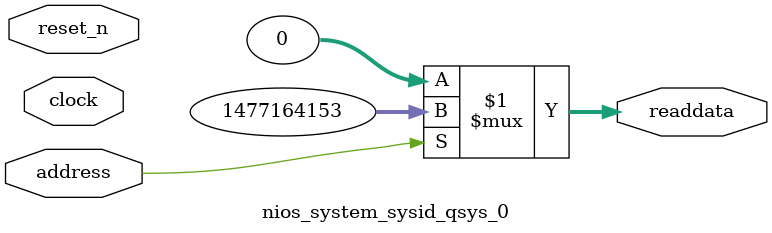
<source format=v>

`timescale 1ns / 1ps
// synthesis translate_on

// turn off superfluous verilog processor warnings 
// altera message_level Level1 
// altera message_off 10034 10035 10036 10037 10230 10240 10030 

module nios_system_sysid_qsys_0 (
               // inputs:
                address,
                clock,
                reset_n,

               // outputs:
                readdata
             )
;

  output  [ 31: 0] readdata;
  input            address;
  input            clock;
  input            reset_n;

  wire    [ 31: 0] readdata;
  //control_slave, which is an e_avalon_slave
  assign readdata = address ? 1477164153 : 0;

endmodule




</source>
